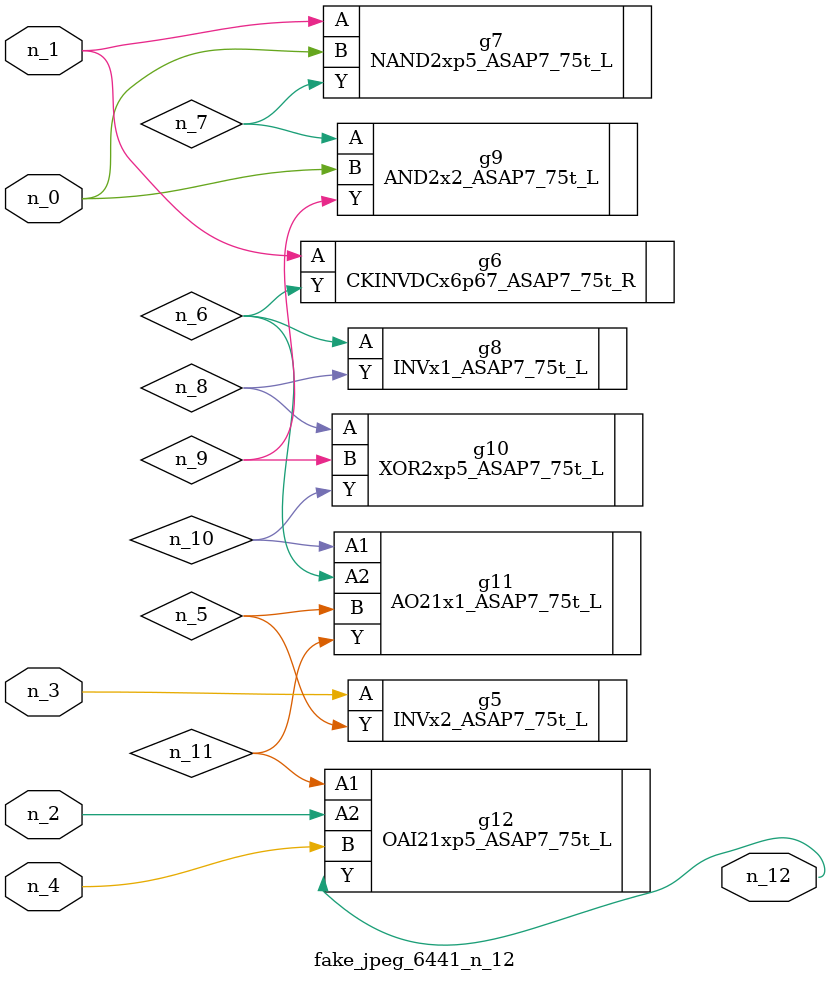
<source format=v>
module fake_jpeg_6441_n_12 (n_3, n_2, n_1, n_0, n_4, n_12);

input n_3;
input n_2;
input n_1;
input n_0;
input n_4;

output n_12;

wire n_11;
wire n_10;
wire n_8;
wire n_9;
wire n_6;
wire n_5;
wire n_7;

INVx2_ASAP7_75t_L g5 ( 
.A(n_3),
.Y(n_5)
);

CKINVDCx6p67_ASAP7_75t_R g6 ( 
.A(n_1),
.Y(n_6)
);

NAND2xp5_ASAP7_75t_L g7 ( 
.A(n_1),
.B(n_0),
.Y(n_7)
);

INVx1_ASAP7_75t_L g8 ( 
.A(n_6),
.Y(n_8)
);

XOR2xp5_ASAP7_75t_L g10 ( 
.A(n_8),
.B(n_9),
.Y(n_10)
);

AND2x2_ASAP7_75t_L g9 ( 
.A(n_7),
.B(n_0),
.Y(n_9)
);

AO21x1_ASAP7_75t_L g11 ( 
.A1(n_10),
.A2(n_6),
.B(n_5),
.Y(n_11)
);

OAI21xp5_ASAP7_75t_L g12 ( 
.A1(n_11),
.A2(n_2),
.B(n_4),
.Y(n_12)
);


endmodule
</source>
